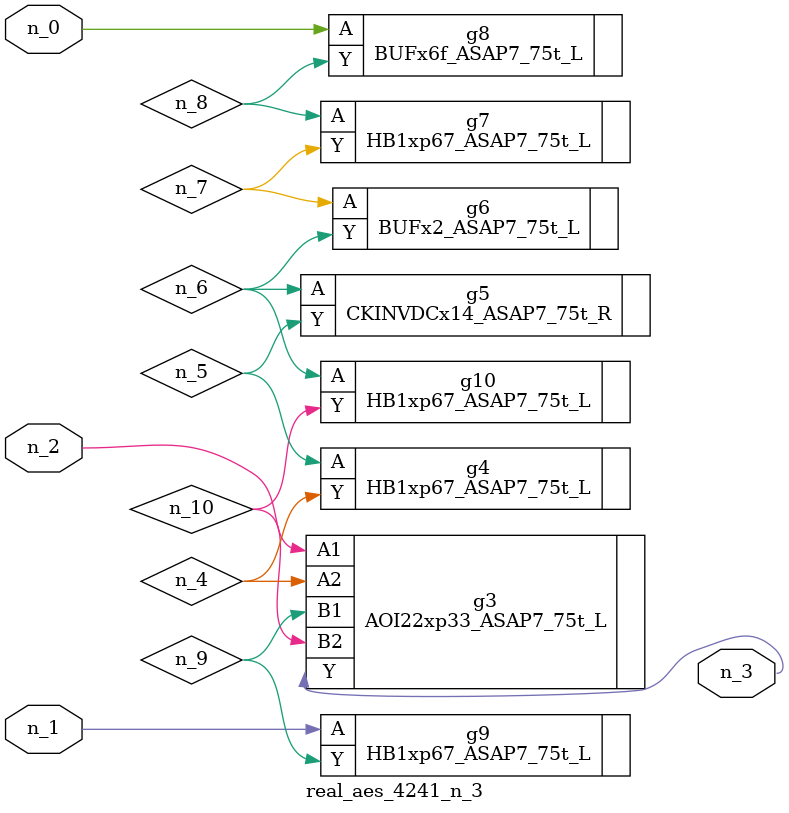
<source format=v>
module real_aes_4241_n_3 (n_0, n_2, n_1, n_3);
input n_0;
input n_2;
input n_1;
output n_3;
wire n_4;
wire n_5;
wire n_7;
wire n_9;
wire n_6;
wire n_8;
wire n_10;
BUFx6f_ASAP7_75t_L g8 ( .A(n_0), .Y(n_8) );
HB1xp67_ASAP7_75t_L g9 ( .A(n_1), .Y(n_9) );
AOI22xp33_ASAP7_75t_L g3 ( .A1(n_2), .A2(n_4), .B1(n_9), .B2(n_10), .Y(n_3) );
HB1xp67_ASAP7_75t_L g4 ( .A(n_5), .Y(n_4) );
CKINVDCx14_ASAP7_75t_R g5 ( .A(n_6), .Y(n_5) );
HB1xp67_ASAP7_75t_L g10 ( .A(n_6), .Y(n_10) );
BUFx2_ASAP7_75t_L g6 ( .A(n_7), .Y(n_6) );
HB1xp67_ASAP7_75t_L g7 ( .A(n_8), .Y(n_7) );
endmodule
</source>
